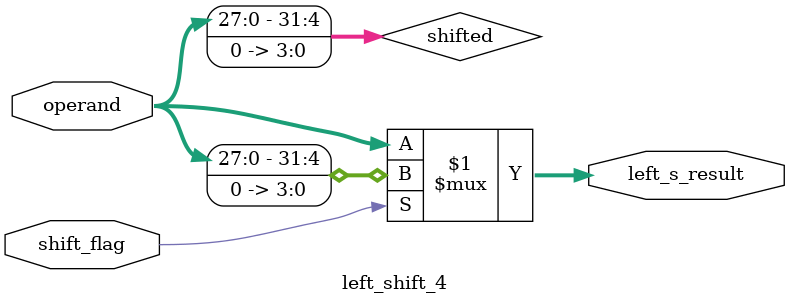
<source format=v>
module left_shift_4 (shift_flag,left_s_result,operand);
	input[31:0] operand;
	input shift_flag;
	output[31:0] left_s_result;

	wire[31:0] shifted;
	assign shifted[31:4] = operand[27:0];
	assign shifted[3:0] = 4'b0;

	assign left_s_result = shift_flag ? shifted:operand;	


endmodule
</source>
